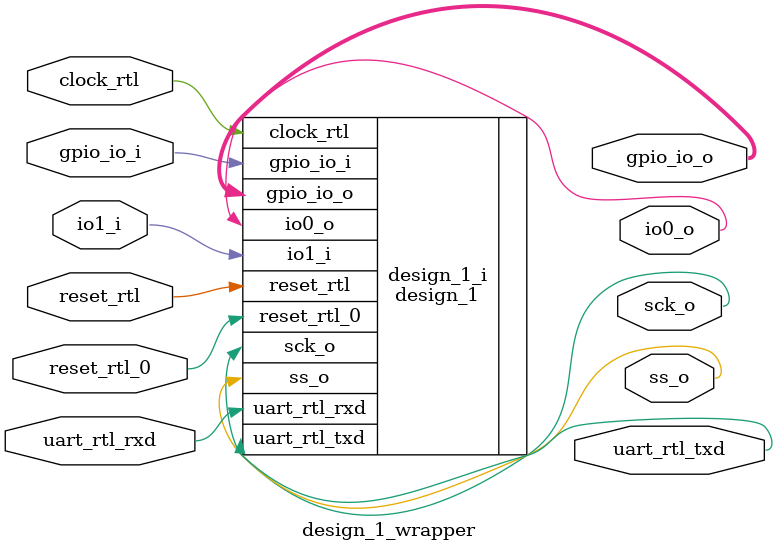
<source format=v>
`timescale 1 ps / 1 ps

module design_1_wrapper
   (clock_rtl,
    gpio_io_i,
    gpio_io_o,
    io0_o,
    io1_i,
    reset_rtl,
    reset_rtl_0,
    sck_o,
    ss_o,
    uart_rtl_rxd,
    uart_rtl_txd);
  input clock_rtl;
  input [0:0]gpio_io_i;
  output [1:0]gpio_io_o;
  output io0_o;
  input io1_i;
  input reset_rtl;
  input reset_rtl_0;
  output sck_o;
  output [0:0]ss_o;
  input uart_rtl_rxd;
  output uart_rtl_txd;

  wire clock_rtl;
  wire [0:0]gpio_io_i;
  wire [1:0]gpio_io_o;
  wire io0_o;
  wire io1_i;
  wire reset_rtl;
  wire reset_rtl_0;
  wire sck_o;
  wire [0:0]ss_o;
  wire uart_rtl_rxd;
  wire uart_rtl_txd;

  design_1 design_1_i
       (.clock_rtl(clock_rtl),
        .gpio_io_i(gpio_io_i),
        .gpio_io_o(gpio_io_o),
        .io0_o(io0_o),
        .io1_i(io1_i),
        .reset_rtl(reset_rtl),
        .reset_rtl_0(reset_rtl_0),
        .sck_o(sck_o),
        .ss_o(ss_o),
        .uart_rtl_rxd(uart_rtl_rxd),
        .uart_rtl_txd(uart_rtl_txd));
endmodule

</source>
